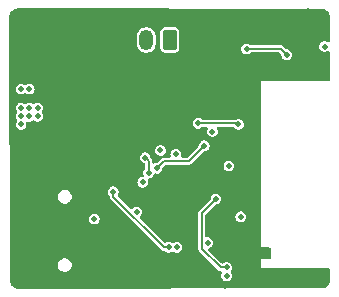
<source format=gbl>
G04 #@! TF.GenerationSoftware,KiCad,Pcbnew,8.0.4*
G04 #@! TF.CreationDate,2024-07-24T18:14:05+02:00*
G04 #@! TF.ProjectId,ESP32-C3-V3,45535033-322d-4433-932d-56332e6b6963,rev?*
G04 #@! TF.SameCoordinates,Original*
G04 #@! TF.FileFunction,Copper,L4,Bot*
G04 #@! TF.FilePolarity,Positive*
%FSLAX46Y46*%
G04 Gerber Fmt 4.6, Leading zero omitted, Abs format (unit mm)*
G04 Created by KiCad (PCBNEW 8.0.4) date 2024-07-24 18:14:05*
%MOMM*%
%LPD*%
G01*
G04 APERTURE LIST*
G04 Aperture macros list*
%AMRoundRect*
0 Rectangle with rounded corners*
0 $1 Rounding radius*
0 $2 $3 $4 $5 $6 $7 $8 $9 X,Y pos of 4 corners*
0 Add a 4 corners polygon primitive as box body*
4,1,4,$2,$3,$4,$5,$6,$7,$8,$9,$2,$3,0*
0 Add four circle primitives for the rounded corners*
1,1,$1+$1,$2,$3*
1,1,$1+$1,$4,$5*
1,1,$1+$1,$6,$7*
1,1,$1+$1,$8,$9*
0 Add four rect primitives between the rounded corners*
20,1,$1+$1,$2,$3,$4,$5,0*
20,1,$1+$1,$4,$5,$6,$7,0*
20,1,$1+$1,$6,$7,$8,$9,0*
20,1,$1+$1,$8,$9,$2,$3,0*%
G04 Aperture macros list end*
G04 #@! TA.AperFunction,ComponentPad*
%ADD10O,2.100000X1.000000*%
G04 #@! TD*
G04 #@! TA.AperFunction,ComponentPad*
%ADD11O,1.800000X1.000000*%
G04 #@! TD*
G04 #@! TA.AperFunction,ComponentPad*
%ADD12RoundRect,0.250000X0.350000X0.625000X-0.350000X0.625000X-0.350000X-0.625000X0.350000X-0.625000X0*%
G04 #@! TD*
G04 #@! TA.AperFunction,ComponentPad*
%ADD13O,1.200000X1.750000*%
G04 #@! TD*
G04 #@! TA.AperFunction,ComponentPad*
%ADD14R,0.500000X0.900000*%
G04 #@! TD*
G04 #@! TA.AperFunction,ViaPad*
%ADD15C,0.500000*%
G04 #@! TD*
G04 #@! TA.AperFunction,Conductor*
%ADD16C,0.200000*%
G04 #@! TD*
G04 APERTURE END LIST*
D10*
G04 #@! TO.P,U1,S1,SHIELD*
G04 #@! TO.N,GND*
X38500000Y-3090000D03*
D11*
X34320000Y-3090000D03*
D10*
X38500000Y-11730000D03*
D11*
X34320000Y-11730000D03*
G04 #@! TD*
D12*
G04 #@! TO.P,J2,1,Pin_1*
G04 #@! TO.N,Earth*
X46900000Y8750000D03*
D13*
G04 #@! TO.P,J2,2,Pin_2*
G04 #@! TO.N,+BATT*
X44900000Y8750000D03*
G04 #@! TD*
D14*
G04 #@! TO.P,AE1,2,GND*
G04 #@! TO.N,GND*
X55175000Y-9300000D03*
G04 #@! TD*
D15*
G04 #@! TO.N,GND*
X42500000Y-12000000D03*
X51400000Y10300000D03*
X47400000Y1100000D03*
X33600000Y-6500000D03*
X57740000Y-11060000D03*
X47700000Y-6900000D03*
X35700000Y-12055240D03*
X42700000Y1100000D03*
X33550459Y10656566D03*
X46300000Y-6000000D03*
X46300000Y-4200000D03*
X47400000Y0D03*
X47700000Y-5100000D03*
X48700000Y-100000D03*
X38100000Y5500000D03*
X46100000Y5200000D03*
X54300000Y2700000D03*
X48700000Y1100000D03*
X53500000Y-8200000D03*
X46700000Y1100000D03*
X48900000Y-6000000D03*
X37499990Y11177366D03*
X48900000Y-6900000D03*
X48900000Y-4200000D03*
X56339962Y-12000000D03*
X52100000Y-1100000D03*
X52400000Y8000000D03*
X58599986Y11168255D03*
X44519904Y11100000D03*
X35800000Y5300000D03*
X46300000Y-5100000D03*
X41800000Y1100000D03*
X35900000Y4560000D03*
X59779962Y-12000000D03*
X34199904Y11178791D03*
X35700000Y3760000D03*
X44200000Y-5100000D03*
X46700000Y0D03*
X52100000Y-8200000D03*
X45800000Y6700000D03*
X45600000Y1100000D03*
X33600000Y336566D03*
X47700000Y-4200000D03*
X54900000Y11100000D03*
X35800000Y6160000D03*
X41800000Y1800000D03*
X48000000Y11100000D03*
X51599865Y-12041666D03*
X46019962Y-12000000D03*
X54300000Y-11060000D03*
X45600000Y-100000D03*
X56660000Y5600000D03*
X53100000Y3700000D03*
X42700000Y1800000D03*
X46300000Y-6900000D03*
X54300000Y-740000D03*
X48900000Y-5100000D03*
X52900000Y-5200000D03*
X60100000Y5600000D03*
X38100000Y4800000D03*
X44900000Y-10400000D03*
X48400000Y-11600000D03*
X54300000Y-4300000D03*
X33700000Y-10000000D03*
X38100000Y6200000D03*
X51400000Y-9800000D03*
X51400000Y11100000D03*
X41800000Y-3400000D03*
X47700000Y-6000000D03*
X60100000Y9600000D03*
G04 #@! TO.N,EXTI*
X51700000Y-10500000D03*
X50800000Y-4700000D03*
G04 #@! TO.N,+3.3V*
X35000000Y4600000D03*
X40500000Y-6400000D03*
X34300000Y3000000D03*
X34300000Y2300000D03*
X47400000Y-900000D03*
X35000000Y2300000D03*
X60000000Y8200000D03*
X46100000Y-600000D03*
X34300000Y4600000D03*
X35700000Y3000000D03*
X44600000Y-3300000D03*
X35000000Y3000000D03*
X52900000Y-6200000D03*
X34300000Y1600000D03*
X51700000Y-11200000D03*
X35700000Y2300000D03*
X50100000Y-8400000D03*
G04 #@! TO.N,MCU_SCL*
X53400000Y8000000D03*
X56800000Y7500000D03*
G04 #@! TO.N,Net-(U3-GPIO9)*
X49800000Y-200000D03*
X45799999Y-2100000D03*
G04 #@! TO.N,Blau*
X44100000Y-5800000D03*
X47500000Y-8800000D03*
G04 #@! TO.N,Rot*
X46800000Y-8800000D03*
X42100000Y-4100000D03*
G04 #@! TO.N,VCC_Sensor*
X49300000Y1700000D03*
X45100000Y-2500000D03*
X52700000Y1600000D03*
X44800000Y-1200000D03*
G04 #@! TO.N,Net-(R13-Pad2)*
X51900000Y-1900000D03*
X50500000Y1000000D03*
G04 #@! TD*
D16*
G04 #@! TO.N,EXTI*
X49600000Y-5900000D02*
X50800000Y-4700000D01*
X51200000Y-10500000D02*
X49600000Y-8900000D01*
X51700000Y-10500000D02*
X51200000Y-10500000D01*
X49600000Y-8900000D02*
X49600000Y-5900000D01*
G04 #@! TO.N,MCU_SCL*
X56800000Y7500000D02*
X56300000Y8000000D01*
X56300000Y8000000D02*
X53400000Y8000000D01*
G04 #@! TO.N,Net-(U3-GPIO9)*
X46399999Y-1500000D02*
X48500000Y-1500000D01*
X45799999Y-2100000D02*
X46399999Y-1500000D01*
X48500000Y-1500000D02*
X49800000Y-200000D01*
G04 #@! TO.N,Rot*
X42100000Y-4100000D02*
X42100000Y-4507107D01*
X46392893Y-8800000D02*
X46800000Y-8800000D01*
X42100000Y-4507107D02*
X46392893Y-8800000D01*
G04 #@! TO.N,VCC_Sensor*
X52600000Y1700000D02*
X52700000Y1600000D01*
X45100000Y-2500000D02*
X45100000Y-1500000D01*
X49300000Y1700000D02*
X52600000Y1700000D01*
X45100000Y-1500000D02*
X44800000Y-1200000D01*
G04 #@! TD*
G04 #@! TA.AperFunction,Conductor*
G04 #@! TO.N,GND*
G36*
X59811965Y11417232D02*
G01*
X59837122Y11414642D01*
X59955798Y11389998D01*
X59981419Y11381689D01*
X60008042Y11369722D01*
X60089963Y11332900D01*
X60113187Y11319254D01*
X60208645Y11248166D01*
X60228366Y11229833D01*
X60261533Y11191481D01*
X60306215Y11139814D01*
X60321515Y11117650D01*
X60336640Y11089656D01*
X60378086Y11012943D01*
X60388240Y10987994D01*
X60420863Y10873546D01*
X60425390Y10846989D01*
X60432782Y10723931D01*
X60433005Y10716536D01*
X60433007Y10710316D01*
X60432859Y10704229D01*
X60431047Y10667133D01*
X60432102Y10657430D01*
X60431164Y10657329D01*
X60433037Y10643320D01*
X60433886Y8683813D01*
X60414230Y8616765D01*
X60361446Y8570987D01*
X60292292Y8561014D01*
X60242848Y8579443D01*
X60189066Y8614006D01*
X60064774Y8650500D01*
X60064772Y8650500D01*
X59935228Y8650500D01*
X59935226Y8650500D01*
X59810935Y8614006D01*
X59810932Y8614005D01*
X59810931Y8614004D01*
X59759677Y8581066D01*
X59701950Y8543967D01*
X59617118Y8446063D01*
X59617117Y8446062D01*
X59563302Y8328226D01*
X59544867Y8200000D01*
X59563302Y8071775D01*
X59612199Y7964708D01*
X59617118Y7953937D01*
X59701951Y7856033D01*
X59810931Y7785996D01*
X59920117Y7753937D01*
X59935225Y7749501D01*
X59935227Y7749500D01*
X59935228Y7749500D01*
X60064773Y7749500D01*
X60064773Y7749501D01*
X60189069Y7785996D01*
X60243269Y7820829D01*
X60310304Y7840512D01*
X60377343Y7820828D01*
X60423099Y7768025D01*
X60434305Y7716566D01*
X60435316Y5382063D01*
X60415660Y5315015D01*
X60362876Y5269237D01*
X60310404Y5258012D01*
X54600000Y5300000D01*
X54600000Y-8800000D01*
X55326000Y-8800000D01*
X55393039Y-8819685D01*
X55438794Y-8872489D01*
X55450000Y-8924000D01*
X55450000Y-9676000D01*
X55430315Y-9743039D01*
X55377511Y-9788794D01*
X55326000Y-9800000D01*
X54650000Y-9800000D01*
X54650000Y-10550000D01*
X60318274Y-10550000D01*
X60385313Y-10569685D01*
X60431068Y-10622489D01*
X60442273Y-10673944D01*
X60442360Y-10872989D01*
X60442668Y-11587137D01*
X60441711Y-11602565D01*
X60425794Y-11729950D01*
X60419756Y-11755633D01*
X60378944Y-11871939D01*
X60367612Y-11895761D01*
X60303126Y-12000793D01*
X60287008Y-12021680D01*
X60201758Y-12110696D01*
X60181589Y-12127700D01*
X60079436Y-12196669D01*
X60056124Y-12209021D01*
X59941699Y-12254816D01*
X59916302Y-12261958D01*
X59795135Y-12282450D01*
X59774564Y-12284186D01*
X33995528Y-12306194D01*
X33965404Y-12302506D01*
X33851135Y-12273996D01*
X33826288Y-12264886D01*
X33708281Y-12206663D01*
X33685933Y-12192487D01*
X33582968Y-12110548D01*
X33564137Y-12091954D01*
X33480903Y-11990029D01*
X33466447Y-11967862D01*
X33406741Y-11850603D01*
X33397318Y-11825874D01*
X33363850Y-11698601D01*
X33359892Y-11672452D01*
X33354360Y-11544821D01*
X33354247Y-11539838D01*
X33354203Y-11521840D01*
X33354453Y-11513710D01*
X33356590Y-11480179D01*
X33356588Y-11480172D01*
X33355679Y-11470465D01*
X33356017Y-11470433D01*
X33354043Y-11454920D01*
X33351087Y-10223576D01*
X37419500Y-10223576D01*
X37419500Y-10376424D01*
X37459060Y-10524065D01*
X37535484Y-10656435D01*
X37643565Y-10764516D01*
X37775935Y-10840940D01*
X37923576Y-10880500D01*
X37923578Y-10880500D01*
X38076422Y-10880500D01*
X38076424Y-10880500D01*
X38224065Y-10840940D01*
X38356435Y-10764516D01*
X38464516Y-10656435D01*
X38540940Y-10524065D01*
X38580500Y-10376424D01*
X38580500Y-10223576D01*
X38540940Y-10075935D01*
X38464516Y-9943565D01*
X38356435Y-9835484D01*
X38224065Y-9759060D01*
X38076424Y-9719500D01*
X37923576Y-9719500D01*
X37775935Y-9759060D01*
X37775932Y-9759061D01*
X37643568Y-9835482D01*
X37643562Y-9835486D01*
X37535486Y-9943562D01*
X37535482Y-9943568D01*
X37459061Y-10075932D01*
X37459060Y-10075935D01*
X37419500Y-10223576D01*
X33351087Y-10223576D01*
X33341906Y-6400000D01*
X40044867Y-6400000D01*
X40063302Y-6528225D01*
X40102477Y-6614004D01*
X40117118Y-6646063D01*
X40201951Y-6743967D01*
X40310931Y-6814004D01*
X40435225Y-6850499D01*
X40435227Y-6850500D01*
X40435228Y-6850500D01*
X40564773Y-6850500D01*
X40564773Y-6850499D01*
X40689069Y-6814004D01*
X40798049Y-6743967D01*
X40882882Y-6646063D01*
X40936697Y-6528226D01*
X40955133Y-6400000D01*
X40936697Y-6271774D01*
X40882882Y-6153937D01*
X40798049Y-6056033D01*
X40689069Y-5985996D01*
X40689065Y-5985994D01*
X40689064Y-5985994D01*
X40564774Y-5949500D01*
X40564772Y-5949500D01*
X40435228Y-5949500D01*
X40435226Y-5949500D01*
X40310935Y-5985994D01*
X40310932Y-5985995D01*
X40310931Y-5985996D01*
X40275457Y-6008794D01*
X40201950Y-6056033D01*
X40117118Y-6153937D01*
X40117117Y-6153938D01*
X40063302Y-6271774D01*
X40044867Y-6400000D01*
X33341906Y-6400000D01*
X33337209Y-4443576D01*
X37419500Y-4443576D01*
X37419500Y-4596424D01*
X37445008Y-4691619D01*
X37459060Y-4744064D01*
X37459061Y-4744067D01*
X37470806Y-4764409D01*
X37535484Y-4876435D01*
X37643565Y-4984516D01*
X37775935Y-5060940D01*
X37923576Y-5100500D01*
X37923578Y-5100500D01*
X38076422Y-5100500D01*
X38076424Y-5100500D01*
X38224065Y-5060940D01*
X38356435Y-4984516D01*
X38464516Y-4876435D01*
X38540940Y-4744065D01*
X38580500Y-4596424D01*
X38580500Y-4443576D01*
X38540940Y-4295935D01*
X38464516Y-4163565D01*
X38400951Y-4100000D01*
X41644867Y-4100000D01*
X41663302Y-4228225D01*
X41694225Y-4295935D01*
X41717118Y-4346063D01*
X41769214Y-4406186D01*
X41798238Y-4469738D01*
X41799500Y-4487386D01*
X41799500Y-4546669D01*
X41806227Y-4571774D01*
X41819979Y-4623097D01*
X41819982Y-4623102D01*
X41859535Y-4691611D01*
X41859539Y-4691616D01*
X41859540Y-4691618D01*
X46208382Y-9040460D01*
X46276905Y-9080022D01*
X46353331Y-9100500D01*
X46407657Y-9100500D01*
X46474696Y-9120185D01*
X46501369Y-9143296D01*
X46501949Y-9143965D01*
X46501951Y-9143967D01*
X46610931Y-9214004D01*
X46735225Y-9250499D01*
X46735227Y-9250500D01*
X46735228Y-9250500D01*
X46864773Y-9250500D01*
X46864773Y-9250499D01*
X46989069Y-9214004D01*
X47082962Y-9153662D01*
X47150001Y-9133979D01*
X47217037Y-9153662D01*
X47310931Y-9214004D01*
X47435225Y-9250499D01*
X47435227Y-9250500D01*
X47435228Y-9250500D01*
X47564773Y-9250500D01*
X47564773Y-9250499D01*
X47689069Y-9214004D01*
X47798049Y-9143967D01*
X47882882Y-9046063D01*
X47936697Y-8928226D01*
X47955133Y-8800000D01*
X47936697Y-8671774D01*
X47882882Y-8553937D01*
X47798049Y-8456033D01*
X47689069Y-8385996D01*
X47689065Y-8385994D01*
X47689064Y-8385994D01*
X47564774Y-8349500D01*
X47564772Y-8349500D01*
X47435228Y-8349500D01*
X47435226Y-8349500D01*
X47310933Y-8385994D01*
X47310932Y-8385994D01*
X47217038Y-8446336D01*
X47149999Y-8466020D01*
X47082962Y-8446336D01*
X46989066Y-8385994D01*
X46864774Y-8349500D01*
X46864772Y-8349500D01*
X46735228Y-8349500D01*
X46735226Y-8349500D01*
X46610933Y-8385994D01*
X46568932Y-8412986D01*
X46501892Y-8432669D01*
X46434853Y-8412983D01*
X46414214Y-8396350D01*
X44363052Y-6345188D01*
X44329567Y-6283865D01*
X44334551Y-6214173D01*
X44376423Y-6158240D01*
X44383682Y-6153199D01*
X44398049Y-6143967D01*
X44482882Y-6046063D01*
X44536697Y-5928226D01*
X44546443Y-5860438D01*
X49299500Y-5860438D01*
X49299500Y-8939562D01*
X49310315Y-8979923D01*
X49319979Y-9015990D01*
X49319980Y-9015991D01*
X49337342Y-9046063D01*
X49359540Y-9084511D01*
X51015489Y-10740460D01*
X51084012Y-10780022D01*
X51160438Y-10800500D01*
X51194242Y-10800500D01*
X51261281Y-10820185D01*
X51307036Y-10872989D01*
X51316980Y-10942147D01*
X51307036Y-10976011D01*
X51263303Y-11071772D01*
X51263302Y-11071773D01*
X51244867Y-11200000D01*
X51263302Y-11328225D01*
X51317117Y-11446061D01*
X51317118Y-11446063D01*
X51364032Y-11500205D01*
X51400532Y-11542330D01*
X51401951Y-11543967D01*
X51510931Y-11614004D01*
X51635225Y-11650499D01*
X51635227Y-11650500D01*
X51635228Y-11650500D01*
X51764773Y-11650500D01*
X51764773Y-11650499D01*
X51889069Y-11614004D01*
X51998049Y-11543967D01*
X52082882Y-11446063D01*
X52136697Y-11328226D01*
X52155133Y-11200000D01*
X52136697Y-11071774D01*
X52082882Y-10953937D01*
X52063181Y-10931201D01*
X52034157Y-10867649D01*
X52044100Y-10798490D01*
X52063179Y-10768800D01*
X52082882Y-10746063D01*
X52136697Y-10628226D01*
X52155133Y-10500000D01*
X52136697Y-10371774D01*
X52082882Y-10253937D01*
X51998049Y-10156033D01*
X51889069Y-10085996D01*
X51889065Y-10085994D01*
X51889064Y-10085994D01*
X51764774Y-10049500D01*
X51764772Y-10049500D01*
X51635228Y-10049500D01*
X51635226Y-10049500D01*
X51510935Y-10085994D01*
X51510932Y-10085995D01*
X51510931Y-10085996D01*
X51438269Y-10132693D01*
X51412384Y-10149328D01*
X51345344Y-10169012D01*
X51278305Y-10149327D01*
X51257664Y-10132693D01*
X50166217Y-9041246D01*
X50132732Y-8979923D01*
X50137716Y-8910231D01*
X50179588Y-8854298D01*
X50218960Y-8834589D01*
X50289069Y-8814004D01*
X50398049Y-8743967D01*
X50482882Y-8646063D01*
X50536697Y-8528226D01*
X50555133Y-8400000D01*
X50536697Y-8271774D01*
X50482882Y-8153937D01*
X50398049Y-8056033D01*
X50289069Y-7985996D01*
X50289065Y-7985994D01*
X50289064Y-7985994D01*
X50164774Y-7949500D01*
X50164772Y-7949500D01*
X50035228Y-7949500D01*
X50026360Y-7949500D01*
X50026360Y-7946239D01*
X49972963Y-7938550D01*
X49920169Y-7892783D01*
X49900500Y-7825767D01*
X49900500Y-6200000D01*
X52444867Y-6200000D01*
X52463302Y-6328225D01*
X52471049Y-6345188D01*
X52517118Y-6446063D01*
X52601951Y-6543967D01*
X52710931Y-6614004D01*
X52820117Y-6646063D01*
X52835225Y-6650499D01*
X52835227Y-6650500D01*
X52835228Y-6650500D01*
X52964773Y-6650500D01*
X52964773Y-6650499D01*
X53089069Y-6614004D01*
X53198049Y-6543967D01*
X53282882Y-6446063D01*
X53336697Y-6328226D01*
X53355133Y-6200000D01*
X53336697Y-6071774D01*
X53282882Y-5953937D01*
X53198049Y-5856033D01*
X53089069Y-5785996D01*
X53089065Y-5785994D01*
X53089064Y-5785994D01*
X52964774Y-5749500D01*
X52964772Y-5749500D01*
X52835228Y-5749500D01*
X52835226Y-5749500D01*
X52710935Y-5785994D01*
X52710932Y-5785995D01*
X52710931Y-5785996D01*
X52659677Y-5818934D01*
X52601950Y-5856033D01*
X52517118Y-5953937D01*
X52517117Y-5953938D01*
X52463302Y-6071774D01*
X52444867Y-6200000D01*
X49900500Y-6200000D01*
X49900500Y-6075833D01*
X49920185Y-6008794D01*
X49936819Y-5988152D01*
X50738152Y-5186819D01*
X50799475Y-5153334D01*
X50825833Y-5150500D01*
X50864773Y-5150500D01*
X50864773Y-5150499D01*
X50989069Y-5114004D01*
X51098049Y-5043967D01*
X51182882Y-4946063D01*
X51236697Y-4828226D01*
X51255133Y-4700000D01*
X51236697Y-4571774D01*
X51182882Y-4453937D01*
X51098049Y-4356033D01*
X50989069Y-4285996D01*
X50989065Y-4285994D01*
X50989064Y-4285994D01*
X50864774Y-4249500D01*
X50864772Y-4249500D01*
X50735228Y-4249500D01*
X50735226Y-4249500D01*
X50610935Y-4285994D01*
X50610932Y-4285995D01*
X50610931Y-4285996D01*
X50595466Y-4295935D01*
X50501950Y-4356033D01*
X50417118Y-4453937D01*
X50417117Y-4453938D01*
X50363302Y-4571774D01*
X50345675Y-4694376D01*
X50316650Y-4757931D01*
X50310618Y-4764409D01*
X49415489Y-5659540D01*
X49359541Y-5715487D01*
X49359535Y-5715495D01*
X49319982Y-5784004D01*
X49319979Y-5784009D01*
X49306326Y-5834962D01*
X49299500Y-5860438D01*
X44546443Y-5860438D01*
X44555133Y-5800000D01*
X44536697Y-5671774D01*
X44482882Y-5553937D01*
X44398049Y-5456033D01*
X44289069Y-5385996D01*
X44289065Y-5385994D01*
X44289064Y-5385994D01*
X44164774Y-5349500D01*
X44164772Y-5349500D01*
X44035228Y-5349500D01*
X44035226Y-5349500D01*
X43910935Y-5385994D01*
X43910932Y-5385995D01*
X43910931Y-5385996D01*
X43859677Y-5418934D01*
X43801950Y-5456033D01*
X43736873Y-5531137D01*
X43678095Y-5568911D01*
X43608225Y-5568911D01*
X43555479Y-5537615D01*
X42506466Y-4488602D01*
X42472981Y-4427279D01*
X42477965Y-4357587D01*
X42481353Y-4349408D01*
X42482879Y-4346066D01*
X42482882Y-4346063D01*
X42536697Y-4228226D01*
X42555133Y-4100000D01*
X42536697Y-3971774D01*
X42482882Y-3853937D01*
X42398049Y-3756033D01*
X42289069Y-3685996D01*
X42289065Y-3685994D01*
X42289064Y-3685994D01*
X42164774Y-3649500D01*
X42164772Y-3649500D01*
X42035228Y-3649500D01*
X42035226Y-3649500D01*
X41910935Y-3685994D01*
X41910932Y-3685995D01*
X41910931Y-3685996D01*
X41867350Y-3714004D01*
X41801950Y-3756033D01*
X41717118Y-3853937D01*
X41717117Y-3853938D01*
X41663302Y-3971774D01*
X41644867Y-4100000D01*
X38400951Y-4100000D01*
X38356435Y-4055484D01*
X38224065Y-3979060D01*
X38076424Y-3939500D01*
X37923576Y-3939500D01*
X37775935Y-3979060D01*
X37775932Y-3979061D01*
X37643568Y-4055482D01*
X37643562Y-4055486D01*
X37535486Y-4163562D01*
X37535482Y-4163568D01*
X37459061Y-4295932D01*
X37459060Y-4295935D01*
X37419500Y-4443576D01*
X33337209Y-4443576D01*
X33334463Y-3300000D01*
X44144867Y-3300000D01*
X44163302Y-3428225D01*
X44217117Y-3546061D01*
X44217118Y-3546063D01*
X44301951Y-3643967D01*
X44410931Y-3714004D01*
X44535225Y-3750499D01*
X44535227Y-3750500D01*
X44535228Y-3750500D01*
X44664773Y-3750500D01*
X44664773Y-3750499D01*
X44789069Y-3714004D01*
X44898049Y-3643967D01*
X44982882Y-3546063D01*
X45036697Y-3428226D01*
X45055133Y-3300000D01*
X45036697Y-3171774D01*
X45015798Y-3126012D01*
X45005854Y-3056853D01*
X45034879Y-2993297D01*
X45093657Y-2955523D01*
X45128592Y-2950500D01*
X45164773Y-2950500D01*
X45164773Y-2950499D01*
X45289069Y-2914004D01*
X45398049Y-2843967D01*
X45482882Y-2746063D01*
X45536697Y-2628226D01*
X45536698Y-2628218D01*
X45538531Y-2621978D01*
X45576307Y-2563201D01*
X45639863Y-2534177D01*
X45692442Y-2537938D01*
X45735224Y-2550499D01*
X45735226Y-2550500D01*
X45735227Y-2550500D01*
X45864772Y-2550500D01*
X45864772Y-2550499D01*
X45989068Y-2514004D01*
X46098048Y-2443967D01*
X46182881Y-2346063D01*
X46236696Y-2228226D01*
X46254323Y-2105621D01*
X46283348Y-2042067D01*
X46289351Y-2035617D01*
X46424968Y-1900000D01*
X51444867Y-1900000D01*
X51463302Y-2028225D01*
X51469624Y-2042067D01*
X51517118Y-2146063D01*
X51601951Y-2243967D01*
X51710931Y-2314004D01*
X51820117Y-2346063D01*
X51835225Y-2350499D01*
X51835227Y-2350500D01*
X51835228Y-2350500D01*
X51964773Y-2350500D01*
X51964773Y-2350499D01*
X52089069Y-2314004D01*
X52198049Y-2243967D01*
X52282882Y-2146063D01*
X52336697Y-2028226D01*
X52355133Y-1900000D01*
X52336697Y-1771774D01*
X52282882Y-1653937D01*
X52198049Y-1556033D01*
X52089069Y-1485996D01*
X52089065Y-1485994D01*
X52089064Y-1485994D01*
X51964774Y-1449500D01*
X51964772Y-1449500D01*
X51835228Y-1449500D01*
X51835226Y-1449500D01*
X51710935Y-1485994D01*
X51710932Y-1485995D01*
X51710931Y-1485996D01*
X51659677Y-1518934D01*
X51601950Y-1556033D01*
X51517118Y-1653937D01*
X51517117Y-1653938D01*
X51463302Y-1771774D01*
X51444867Y-1900000D01*
X46424968Y-1900000D01*
X46488152Y-1836816D01*
X46549475Y-1803334D01*
X46575832Y-1800500D01*
X48539560Y-1800500D01*
X48539562Y-1800500D01*
X48615989Y-1780021D01*
X48684511Y-1740460D01*
X48740460Y-1684511D01*
X49738152Y-686819D01*
X49799475Y-653334D01*
X49825833Y-650500D01*
X49864773Y-650500D01*
X49864773Y-650499D01*
X49989069Y-614004D01*
X50098049Y-543967D01*
X50182882Y-446063D01*
X50236697Y-328226D01*
X50255133Y-200000D01*
X50236697Y-71774D01*
X50182882Y46063D01*
X50098049Y143967D01*
X49989069Y214004D01*
X49989065Y214006D01*
X49989064Y214006D01*
X49864774Y250500D01*
X49864772Y250500D01*
X49735228Y250500D01*
X49735226Y250500D01*
X49610935Y214006D01*
X49610932Y214005D01*
X49610931Y214004D01*
X49559677Y181066D01*
X49501950Y143967D01*
X49417118Y46063D01*
X49417117Y46062D01*
X49363302Y-71774D01*
X49345675Y-194376D01*
X49316650Y-257931D01*
X49310618Y-264409D01*
X48411848Y-1163181D01*
X48350525Y-1196666D01*
X48324167Y-1199500D01*
X47951426Y-1199500D01*
X47884387Y-1179815D01*
X47838632Y-1127011D01*
X47828688Y-1057853D01*
X47834835Y-1036919D01*
X47834199Y-1036733D01*
X47836697Y-1028226D01*
X47844898Y-971184D01*
X47855133Y-900000D01*
X47836697Y-771774D01*
X47782882Y-653937D01*
X47698049Y-556033D01*
X47589069Y-485996D01*
X47589065Y-485994D01*
X47589064Y-485994D01*
X47464774Y-449500D01*
X47464772Y-449500D01*
X47335228Y-449500D01*
X47335226Y-449500D01*
X47210935Y-485994D01*
X47210932Y-485995D01*
X47210931Y-485996D01*
X47159677Y-518934D01*
X47101950Y-556033D01*
X47017118Y-653937D01*
X47017117Y-653938D01*
X46963302Y-771774D01*
X46944867Y-900000D01*
X46963302Y-1028226D01*
X46965801Y-1036733D01*
X46963304Y-1037466D01*
X46971313Y-1093138D01*
X46942293Y-1156696D01*
X46883518Y-1194474D01*
X46848574Y-1199500D01*
X46422737Y-1199500D01*
X46355698Y-1179815D01*
X46309943Y-1127011D01*
X46299999Y-1057853D01*
X46329024Y-994297D01*
X46355698Y-971184D01*
X46398049Y-943967D01*
X46482882Y-846063D01*
X46536697Y-728226D01*
X46555133Y-600000D01*
X46536697Y-471774D01*
X46482882Y-353937D01*
X46398049Y-256033D01*
X46289069Y-185996D01*
X46289065Y-185994D01*
X46289064Y-185994D01*
X46164774Y-149500D01*
X46164772Y-149500D01*
X46035228Y-149500D01*
X46035226Y-149500D01*
X45910935Y-185994D01*
X45910932Y-185995D01*
X45910931Y-185996D01*
X45859677Y-218934D01*
X45801950Y-256033D01*
X45717118Y-353937D01*
X45717117Y-353938D01*
X45663302Y-471774D01*
X45644867Y-600000D01*
X45663302Y-728225D01*
X45683191Y-771774D01*
X45717118Y-846063D01*
X45801951Y-943967D01*
X45910931Y-1014004D01*
X46035225Y-1050499D01*
X46035227Y-1050500D01*
X46125166Y-1050500D01*
X46192205Y-1070185D01*
X46237960Y-1122989D01*
X46247904Y-1192147D01*
X46218879Y-1255703D01*
X46212847Y-1262181D01*
X45861847Y-1613181D01*
X45800524Y-1646666D01*
X45774166Y-1649500D01*
X45735225Y-1649500D01*
X45610933Y-1685994D01*
X45591537Y-1698459D01*
X45524498Y-1718142D01*
X45457459Y-1698456D01*
X45411705Y-1645651D01*
X45400500Y-1594142D01*
X45400500Y-1460439D01*
X45396648Y-1446062D01*
X45380021Y-1384011D01*
X45347814Y-1328226D01*
X45340464Y-1315495D01*
X45340458Y-1315487D01*
X45289381Y-1264410D01*
X45255896Y-1203087D01*
X45254324Y-1194375D01*
X45244060Y-1122989D01*
X45236697Y-1071774D01*
X45182882Y-953937D01*
X45098049Y-856033D01*
X44989069Y-785996D01*
X44989065Y-785994D01*
X44989064Y-785994D01*
X44864774Y-749500D01*
X44864772Y-749500D01*
X44735228Y-749500D01*
X44735226Y-749500D01*
X44610935Y-785994D01*
X44610932Y-785995D01*
X44610931Y-785996D01*
X44559677Y-818934D01*
X44501950Y-856033D01*
X44417118Y-953937D01*
X44417117Y-953938D01*
X44363302Y-1071774D01*
X44344867Y-1200000D01*
X44363302Y-1328225D01*
X44388779Y-1384011D01*
X44417118Y-1446063D01*
X44501951Y-1543967D01*
X44610931Y-1614004D01*
X44710435Y-1643220D01*
X44769212Y-1680993D01*
X44798238Y-1744548D01*
X44799500Y-1762197D01*
X44799500Y-2112611D01*
X44779815Y-2179650D01*
X44769214Y-2193812D01*
X44717120Y-2253932D01*
X44717117Y-2253938D01*
X44663302Y-2371774D01*
X44644867Y-2500000D01*
X44663302Y-2628225D01*
X44684202Y-2673988D01*
X44694146Y-2743147D01*
X44665121Y-2806703D01*
X44606343Y-2844477D01*
X44571408Y-2849500D01*
X44535226Y-2849500D01*
X44410935Y-2885994D01*
X44410932Y-2885995D01*
X44410931Y-2885996D01*
X44367350Y-2914004D01*
X44301950Y-2956033D01*
X44217118Y-3053937D01*
X44217117Y-3053938D01*
X44163302Y-3171774D01*
X44144867Y-3300000D01*
X33334463Y-3300000D01*
X33319338Y3000000D01*
X33844867Y3000000D01*
X33863302Y2871775D01*
X33917117Y2753939D01*
X33917120Y2753933D01*
X33936817Y2731202D01*
X33965842Y2667646D01*
X33955898Y2598488D01*
X33936817Y2568798D01*
X33917120Y2546068D01*
X33917117Y2546062D01*
X33863302Y2428226D01*
X33844867Y2300000D01*
X33863302Y2171775D01*
X33917117Y2053939D01*
X33917120Y2053933D01*
X33936817Y2031202D01*
X33965842Y1967646D01*
X33955898Y1898488D01*
X33936817Y1868798D01*
X33917120Y1846068D01*
X33917117Y1846062D01*
X33863302Y1728226D01*
X33844867Y1600000D01*
X33863302Y1471775D01*
X33871449Y1453937D01*
X33917118Y1353937D01*
X34001951Y1256033D01*
X34110931Y1185996D01*
X34235225Y1149501D01*
X34235227Y1149500D01*
X34235228Y1149500D01*
X34364773Y1149500D01*
X34364773Y1149501D01*
X34489069Y1185996D01*
X34598049Y1256033D01*
X34682882Y1353937D01*
X34736697Y1471774D01*
X34755133Y1600000D01*
X34740755Y1700000D01*
X48844867Y1700000D01*
X48863302Y1571775D01*
X48908972Y1471774D01*
X48917118Y1453937D01*
X48968640Y1394477D01*
X49001369Y1356704D01*
X49001951Y1356033D01*
X49110931Y1285996D01*
X49235225Y1249501D01*
X49235227Y1249500D01*
X49235228Y1249500D01*
X49364773Y1249500D01*
X49364773Y1249501D01*
X49489069Y1285996D01*
X49598049Y1356033D01*
X49598630Y1356703D01*
X49598631Y1356704D01*
X49599379Y1357185D01*
X49604754Y1361842D01*
X49605423Y1361070D01*
X49657409Y1394477D01*
X49692343Y1399500D01*
X49994242Y1399500D01*
X50061281Y1379815D01*
X50107036Y1327011D01*
X50116980Y1257853D01*
X50107036Y1223989D01*
X50063303Y1128228D01*
X50063302Y1128227D01*
X50044867Y1000000D01*
X50063302Y871775D01*
X50117117Y753939D01*
X50117118Y753937D01*
X50201951Y656033D01*
X50310931Y585996D01*
X50435225Y549501D01*
X50435227Y549500D01*
X50435228Y549500D01*
X50564773Y549500D01*
X50564773Y549501D01*
X50689069Y585996D01*
X50798049Y656033D01*
X50882882Y753937D01*
X50936697Y871774D01*
X50955133Y1000000D01*
X50936697Y1128226D01*
X50933276Y1135717D01*
X50892964Y1223989D01*
X50883020Y1293147D01*
X50912045Y1356703D01*
X50970823Y1394477D01*
X51005758Y1399500D01*
X52221008Y1399500D01*
X52288047Y1379815D01*
X52314722Y1356702D01*
X52317118Y1353937D01*
X52401951Y1256033D01*
X52510931Y1185996D01*
X52635225Y1149501D01*
X52635227Y1149500D01*
X52635228Y1149500D01*
X52764773Y1149500D01*
X52764773Y1149501D01*
X52889069Y1185996D01*
X52998049Y1256033D01*
X53082882Y1353937D01*
X53136697Y1471774D01*
X53155133Y1600000D01*
X53136697Y1728226D01*
X53082882Y1846063D01*
X52998049Y1943967D01*
X52889069Y2014004D01*
X52889065Y2014006D01*
X52889064Y2014006D01*
X52764774Y2050500D01*
X52764772Y2050500D01*
X52635228Y2050500D01*
X52635226Y2050500D01*
X52510932Y2014005D01*
X52505894Y2011704D01*
X52454386Y2000500D01*
X49692343Y2000500D01*
X49625304Y2020185D01*
X49598631Y2043296D01*
X49598050Y2043966D01*
X49598049Y2043967D01*
X49489069Y2114004D01*
X49489065Y2114006D01*
X49489064Y2114006D01*
X49364774Y2150500D01*
X49364772Y2150500D01*
X49235228Y2150500D01*
X49235226Y2150500D01*
X49110935Y2114006D01*
X49110932Y2114005D01*
X49110931Y2114004D01*
X49059677Y2081066D01*
X49001950Y2043967D01*
X48917118Y1946063D01*
X48917117Y1946062D01*
X48863302Y1828226D01*
X48844867Y1700000D01*
X34740755Y1700000D01*
X34737200Y1724727D01*
X34747144Y1793883D01*
X34792898Y1846687D01*
X34859938Y1866372D01*
X34894873Y1861349D01*
X34935227Y1849500D01*
X34935228Y1849500D01*
X35064773Y1849500D01*
X35064773Y1849501D01*
X35189069Y1885996D01*
X35282962Y1946338D01*
X35350001Y1966021D01*
X35417037Y1946338D01*
X35510931Y1885996D01*
X35577766Y1866372D01*
X35635225Y1849501D01*
X35635227Y1849500D01*
X35635228Y1849500D01*
X35764773Y1849500D01*
X35764773Y1849501D01*
X35889069Y1885996D01*
X35998049Y1956033D01*
X36082882Y2053937D01*
X36136697Y2171774D01*
X36155133Y2300000D01*
X36136697Y2428226D01*
X36082882Y2546063D01*
X36063181Y2568799D01*
X36034157Y2632351D01*
X36044100Y2701510D01*
X36063182Y2731202D01*
X36082882Y2753937D01*
X36136697Y2871774D01*
X36155133Y3000000D01*
X36136697Y3128226D01*
X36082882Y3246063D01*
X35998049Y3343967D01*
X35889069Y3414004D01*
X35889065Y3414006D01*
X35889064Y3414006D01*
X35764774Y3450500D01*
X35764772Y3450500D01*
X35635228Y3450500D01*
X35635226Y3450500D01*
X35510933Y3414006D01*
X35510932Y3414006D01*
X35417038Y3353664D01*
X35349999Y3333980D01*
X35282962Y3353664D01*
X35189066Y3414006D01*
X35064774Y3450500D01*
X35064772Y3450500D01*
X34935228Y3450500D01*
X34935226Y3450500D01*
X34810933Y3414006D01*
X34810932Y3414006D01*
X34717038Y3353664D01*
X34649999Y3333980D01*
X34582962Y3353664D01*
X34489066Y3414006D01*
X34364774Y3450500D01*
X34364772Y3450500D01*
X34235228Y3450500D01*
X34235226Y3450500D01*
X34110935Y3414006D01*
X34110932Y3414005D01*
X34110931Y3414004D01*
X34059677Y3381066D01*
X34001950Y3343967D01*
X33917118Y3246063D01*
X33917117Y3246062D01*
X33863302Y3128226D01*
X33844867Y3000000D01*
X33319338Y3000000D01*
X33315497Y4600000D01*
X33844867Y4600000D01*
X33863302Y4471775D01*
X33917117Y4353939D01*
X33917118Y4353937D01*
X34001951Y4256033D01*
X34110931Y4185996D01*
X34235225Y4149501D01*
X34235227Y4149500D01*
X34235228Y4149500D01*
X34364773Y4149500D01*
X34364773Y4149501D01*
X34489069Y4185996D01*
X34582962Y4246338D01*
X34650001Y4266021D01*
X34717037Y4246338D01*
X34810931Y4185996D01*
X34935225Y4149501D01*
X34935227Y4149500D01*
X34935228Y4149500D01*
X35064773Y4149500D01*
X35064773Y4149501D01*
X35189069Y4185996D01*
X35298049Y4256033D01*
X35382882Y4353937D01*
X35436697Y4471774D01*
X35455133Y4600000D01*
X35436697Y4728226D01*
X35382882Y4846063D01*
X35298049Y4943967D01*
X35189069Y5014004D01*
X35189065Y5014006D01*
X35189064Y5014006D01*
X35064774Y5050500D01*
X35064772Y5050500D01*
X34935228Y5050500D01*
X34935226Y5050500D01*
X34810933Y5014006D01*
X34810932Y5014006D01*
X34717038Y4953664D01*
X34649999Y4933980D01*
X34582962Y4953664D01*
X34489066Y5014006D01*
X34364774Y5050500D01*
X34364772Y5050500D01*
X34235228Y5050500D01*
X34235226Y5050500D01*
X34110935Y5014006D01*
X34110932Y5014005D01*
X34110931Y5014004D01*
X34059677Y4981066D01*
X34001950Y4943967D01*
X33917118Y4846063D01*
X33917117Y4846062D01*
X33863302Y4728226D01*
X33844867Y4600000D01*
X33315497Y4600000D01*
X33304684Y9103847D01*
X44099500Y9103847D01*
X44099500Y8396154D01*
X44130261Y8241511D01*
X44130264Y8241499D01*
X44190602Y8095828D01*
X44190609Y8095815D01*
X44278210Y7964712D01*
X44278213Y7964708D01*
X44389707Y7853214D01*
X44389711Y7853211D01*
X44520814Y7765610D01*
X44520827Y7765603D01*
X44625596Y7722207D01*
X44666503Y7705263D01*
X44794438Y7679815D01*
X44821153Y7674501D01*
X44821156Y7674500D01*
X44821158Y7674500D01*
X44978844Y7674500D01*
X44978845Y7674501D01*
X45133497Y7705263D01*
X45279179Y7765606D01*
X45410289Y7853211D01*
X45521789Y7964711D01*
X45609394Y8095821D01*
X45669737Y8241503D01*
X45700500Y8396158D01*
X45700500Y9103842D01*
X45700500Y9103845D01*
X45700499Y9103847D01*
X45669738Y9258490D01*
X45669737Y9258497D01*
X45669735Y9258502D01*
X45609397Y9404173D01*
X45609390Y9404186D01*
X45592629Y9429270D01*
X46099500Y9429270D01*
X46099500Y8070731D01*
X46102353Y8040301D01*
X46102353Y8040299D01*
X46146546Y7914006D01*
X46147207Y7912118D01*
X46227850Y7802850D01*
X46337118Y7722207D01*
X46379845Y7707256D01*
X46465299Y7677354D01*
X46495730Y7674500D01*
X46495734Y7674500D01*
X47304270Y7674500D01*
X47334699Y7677354D01*
X47334701Y7677354D01*
X47398790Y7699781D01*
X47462882Y7722207D01*
X47572150Y7802850D01*
X47652793Y7912118D01*
X47683544Y8000000D01*
X52944867Y8000000D01*
X52963302Y7871775D01*
X52986570Y7820827D01*
X53017118Y7753937D01*
X53090624Y7669105D01*
X53101369Y7656704D01*
X53101951Y7656033D01*
X53210931Y7585996D01*
X53284445Y7564411D01*
X53335225Y7549501D01*
X53335227Y7549500D01*
X53335228Y7549500D01*
X53464773Y7549500D01*
X53464773Y7549501D01*
X53589069Y7585996D01*
X53698049Y7656033D01*
X53698374Y7656409D01*
X53698631Y7656704D01*
X53699379Y7657185D01*
X53704754Y7661842D01*
X53705423Y7661070D01*
X53757409Y7694477D01*
X53792343Y7699500D01*
X56124167Y7699500D01*
X56191206Y7679815D01*
X56211848Y7663181D01*
X56310618Y7564411D01*
X56344103Y7503088D01*
X56345675Y7494377D01*
X56363302Y7371775D01*
X56417117Y7253939D01*
X56417118Y7253937D01*
X56501951Y7156033D01*
X56610931Y7085996D01*
X56735225Y7049501D01*
X56735227Y7049500D01*
X56735228Y7049500D01*
X56864773Y7049500D01*
X56864773Y7049501D01*
X56989069Y7085996D01*
X57098049Y7156033D01*
X57182882Y7253937D01*
X57236697Y7371774D01*
X57255133Y7500000D01*
X57236697Y7628226D01*
X57182882Y7746063D01*
X57098049Y7843967D01*
X56989069Y7914004D01*
X56989065Y7914006D01*
X56989064Y7914006D01*
X56864774Y7950500D01*
X56864772Y7950500D01*
X56825833Y7950500D01*
X56758794Y7970185D01*
X56738152Y7986819D01*
X56484512Y8240459D01*
X56484504Y8240465D01*
X56443492Y8264143D01*
X56443488Y8264144D01*
X56433893Y8269684D01*
X56415990Y8280021D01*
X56415991Y8280021D01*
X56377775Y8290261D01*
X56339562Y8300500D01*
X56339560Y8300500D01*
X53792343Y8300500D01*
X53725304Y8320185D01*
X53698631Y8343296D01*
X53698050Y8343966D01*
X53698049Y8343967D01*
X53589069Y8414004D01*
X53589065Y8414006D01*
X53589064Y8414006D01*
X53464774Y8450500D01*
X53464772Y8450500D01*
X53335228Y8450500D01*
X53335226Y8450500D01*
X53210935Y8414006D01*
X53210932Y8414005D01*
X53210931Y8414004D01*
X53183162Y8396158D01*
X53101950Y8343967D01*
X53017118Y8246063D01*
X53017117Y8246062D01*
X52963302Y8128226D01*
X52944867Y8000000D01*
X47683544Y8000000D01*
X47697646Y8040299D01*
X47697646Y8040301D01*
X47700500Y8070731D01*
X47700500Y9429270D01*
X47697646Y9459700D01*
X47697646Y9459702D01*
X47652793Y9587881D01*
X47652792Y9587883D01*
X47609319Y9646787D01*
X47572150Y9697150D01*
X47462882Y9777793D01*
X47462880Y9777794D01*
X47334700Y9822647D01*
X47304270Y9825500D01*
X47304266Y9825500D01*
X46495734Y9825500D01*
X46495730Y9825500D01*
X46465300Y9822647D01*
X46465298Y9822647D01*
X46337119Y9777794D01*
X46337117Y9777793D01*
X46227850Y9697150D01*
X46147207Y9587883D01*
X46147206Y9587881D01*
X46102353Y9459702D01*
X46102353Y9459700D01*
X46099500Y9429270D01*
X45592629Y9429270D01*
X45521789Y9535289D01*
X45521786Y9535293D01*
X45410292Y9646787D01*
X45410288Y9646790D01*
X45279185Y9734391D01*
X45279172Y9734398D01*
X45133501Y9794736D01*
X45133489Y9794739D01*
X44978845Y9825500D01*
X44978842Y9825500D01*
X44821158Y9825500D01*
X44821155Y9825500D01*
X44666510Y9794739D01*
X44666498Y9794736D01*
X44520827Y9734398D01*
X44520814Y9734391D01*
X44389711Y9646790D01*
X44389707Y9646787D01*
X44278213Y9535293D01*
X44278210Y9535289D01*
X44190609Y9404186D01*
X44190602Y9404173D01*
X44130264Y9258502D01*
X44130261Y9258490D01*
X44099500Y9103847D01*
X33304684Y9103847D01*
X33300625Y10794602D01*
X33304148Y10824248D01*
X33311237Y10853348D01*
X33331195Y10935276D01*
X33339569Y10958923D01*
X33391223Y11068176D01*
X33404178Y11089643D01*
X33476781Y11186274D01*
X33493793Y11204692D01*
X33584350Y11284718D01*
X33604729Y11299341D01*
X33709548Y11359501D01*
X33732454Y11369721D01*
X33847230Y11407544D01*
X33871727Y11412944D01*
X33997439Y11427545D01*
X34011794Y11428373D01*
X59811965Y11417232D01*
G37*
G04 #@! TD.AperFunction*
G04 #@! TD*
M02*

</source>
